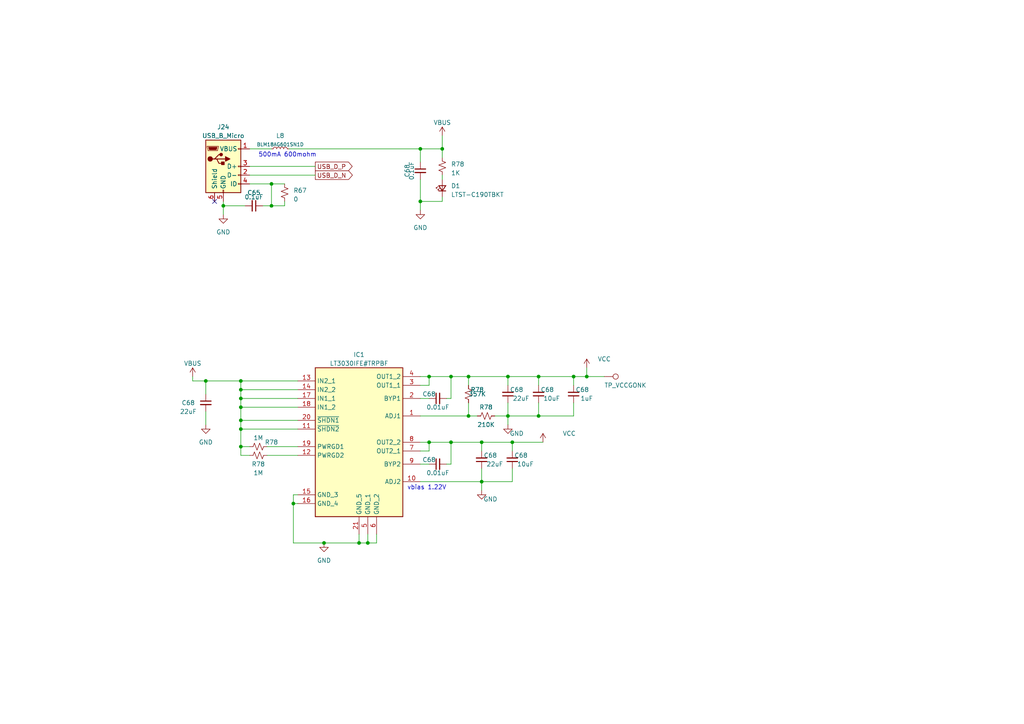
<source format=kicad_sch>
(kicad_sch (version 20230121) (generator eeschema)
  (paper "A4")
  (lib_symbols
    (symbol "Connector:TestPoint" (pin_numbers hide) (pin_names (offset 0.762) hide)
      (property "Reference" "TP" (at 0 6.858 0))
      (property "Value" "TestPoint" (at 0 5.08 0))
      (symbol "TestPoint_0_1"
        (circle (center 0 3.302) (radius 0.762))
      )
      (symbol "TestPoint_1_1"
        (pin passive line (at 0 0 90) (length 2.54) (name "1") (number "1"))
      )
    )
    (symbol "Connector:USB_B_Micro" (pin_names (offset 1.016))
      (property "Reference" "J" (at -5.08 11.43 0))
      (property "Value" "USB_B_Micro" (at -5.08 8.89 0))
      (symbol "USB_B_Micro_0_1"
        (rectangle (start -5.08 -7.62) (end 5.08 7.62) (stroke (width 0.254)) (fill (type background)))
        (circle (center -3.81 2.159) (radius 0.635) (stroke (width 0.254)) (fill (type outline)))
        (circle (center -0.635 3.429) (radius 0.381) (stroke (width 0.254)) (fill (type outline)))
        (rectangle (start -0.127 -7.62) (end 0.127 -6.858))
        (polyline (pts (xy -1.905 2.159) (xy 0.635 2.159)) (stroke (width 0.254)))
        (polyline (pts (xy -3.175 2.159) (xy -2.54 2.159) (xy -1.27 3.429) (xy -0.635 3.429)) (stroke (width 0.254)))
        (polyline (pts (xy -2.54 2.159) (xy -1.905 2.159) (xy -1.27 0.889) (xy 0 0.889)) (stroke (width 0.254)))
        (polyline (pts (xy 0.635 2.794) (xy 0.635 1.524) (xy 1.905 2.159) (xy 0.635 2.794)) (stroke (width 0.254)) (fill (type outline)))
        (polyline (pts (xy -4.318 5.588) (xy -1.778 5.588) (xy -2.032 4.826) (xy -4.064 4.826) (xy -4.318 5.588)) (fill (type outline)))
        (polyline (pts (xy -4.699 5.842) (xy -4.699 5.588) (xy -4.445 4.826) (xy -4.445 4.572) (xy -1.651 4.572) (xy -1.651 4.826) (xy -1.397 5.588) (xy -1.397 5.842) (xy -4.699 5.842)))
        (rectangle (start 0.254 1.27) (end -0.508 0.508) (stroke (width 0.254)) (fill (type outline)))
        (rectangle (start 5.08 -5.207) (end 4.318 -4.953))
        (rectangle (start 5.08 -2.667) (end 4.318 -2.413))
        (rectangle (start 5.08 -0.127) (end 4.318 0.127))
        (rectangle (start 5.08 4.953) (end 4.318 5.207))
      )
      (symbol "USB_B_Micro_1_1"
        (pin power_out line (at 7.62 5.08 180) (length 2.54) (name "VBUS") (number "1"))
        (pin bidirectional line (at 7.62 -2.54 180) (length 2.54) (name "D-") (number "2"))
        (pin bidirectional line (at 7.62 0 180) (length 2.54) (name "D+") (number "3"))
        (pin passive line (at 7.62 -5.08 180) (length 2.54) (name "ID") (number "4"))
        (pin power_out line (at 0 -10.16 90) (length 2.54) (name "GND") (number "5"))
        (pin passive line (at -2.54 -10.16 90) (length 2.54) (name "Shield") (number "6"))
      )
    )
    (symbol "Device:C_Small" (pin_numbers hide) (pin_names (offset 0.254) hide)
      (property "Reference" "C" (at 0.254 1.778 0))
      (property "Value" "C_Small" (at 0.254 -2.032 0))
      (symbol "C_Small_0_1"
        (polyline (pts (xy -1.524 -0.508) (xy 1.524 -0.508)) (stroke (width 0.3302)))
        (polyline (pts (xy -1.524 0.508) (xy 1.524 0.508)) (stroke (width 0.3048)))
      )
      (symbol "C_Small_1_1"
        (pin passive line (at 0 2.54 270) (length 2.032) (name "~") (number "1"))
        (pin passive line (at 0 -2.54 90) (length 2.032) (name "~") (number "2"))
      )
    )
    (symbol "Device:LED_Small" (pin_numbers hide) (pin_names (offset 0.254) hide)
      (property "Reference" "D" (at -1.27 3.175 0))
      (property "Value" "LED_Small" (at -4.445 -2.54 0))
      (symbol "LED_Small_0_1"
        (polyline (pts (xy -0.762 -1.016) (xy -0.762 1.016)) (stroke (width 0.254)))
        (polyline (pts (xy 1.016 0) (xy -0.762 0)))
        (polyline (pts (xy 0.762 -1.016) (xy -0.762 0) (xy 0.762 1.016) (xy 0.762 -1.016)) (stroke (width 0.254)))
        (polyline (pts (xy 0 0.762) (xy -0.508 1.27) (xy -0.254 1.27) (xy -0.508 1.27) (xy -0.508 1.016)))
        (polyline (pts (xy 0.508 1.27) (xy 0 1.778) (xy 0.254 1.778) (xy 0 1.778) (xy 0 1.524)))
      )
      (symbol "LED_Small_1_1"
        (pin passive line (at -2.54 0 0) (length 1.778) (name "K") (number "1"))
        (pin passive line (at 2.54 0 180) (length 1.778) (name "A") (number "2"))
      )
    )
    (symbol "Device:L_Small" (pin_numbers hide) (pin_names (offset 0.254) hide)
      (property "Reference" "L" (at 0.762 1.016 0))
      (property "Value" "L_Small" (at 0.762 -1.016 0))
      (symbol "L_Small_0_1"
        (arc (start 0 -2.032) (mid 0.5058 -1.524) (end 0 -1.016))
        (arc (start 0 -1.016) (mid 0.5058 -0.508) (end 0 0))
        (arc (start 0 0) (mid 0.5058 0.508) (end 0 1.016))
        (arc (start 0 1.016) (mid 0.5058 1.524) (end 0 2.032))
      )
      (symbol "L_Small_1_1"
        (pin passive line (at 0 2.54 270) (length 0.508) (name "~") (number "1"))
        (pin passive line (at 0 -2.54 90) (length 0.508) (name "~") (number "2"))
      )
    )
    (symbol "Device:R_Small_US" (pin_numbers hide) (pin_names (offset 0.254) hide)
      (property "Reference" "R" (at 0.762 0.508 0))
      (property "Value" "R_Small_US" (at 0.762 -1.016 0))
      (symbol "R_Small_US_1_1"
        (polyline (pts (xy 0 0) (xy 1.016 -0.381) (xy 0 -0.762) (xy -1.016 -1.143) (xy 0 -1.524)))
        (polyline (pts (xy 0 1.524) (xy 1.016 1.143) (xy 0 0.762) (xy -1.016 0.381) (xy 0 0)))
        (pin passive line (at 0 2.54 270) (length 1.016) (name "~") (number "1"))
        (pin passive line (at 0 -2.54 90) (length 1.016) (name "~") (number "2"))
      )
    )
    (symbol "Power_Management:LT3030IFE#TRPBF"
      (property "Reference" "IC1" (at 17.78 6.35 0))
      (property "Value" "LT3030IFE#TRPBF" (at 17.78 3.81 0))
      (symbol "LT3030IFE#TRPBF_1_1"
        (rectangle (start 5.08 2.54) (end 30.48 -40.64) (stroke (width 0.254)) (fill (type background)))
        (pin passive line (at 35.56 -11.43 180) (length 5.08) (name "ADJ1") (number "1"))
        (pin passive line (at 35.56 -30.48 180) (length 5.08) (name "ADJ2") (number "10"))
        (pin passive line (at 0 -15.24 0) (length 5.08) (name "~{SHDN2}") (number "11"))
        (pin passive line (at 0 -22.86 0) (length 5.08) (name "PWRGD2") (number "12"))
        (pin passive line (at 0 -1.27 0) (length 5.08) (name "IN2_1") (number "13"))
        (pin passive line (at 0 -3.81 0) (length 5.08) (name "IN2_2") (number "14"))
        (pin passive line (at 0 -34.29 0) (length 5.08) (name "GND_3") (number "15"))
        (pin passive line (at 0 -36.83 0) (length 5.08) (name "GND_4") (number "16"))
        (pin passive line (at 0 -6.35 0) (length 5.08) (name "IN1_1") (number "17"))
        (pin passive line (at 0 -8.89 0) (length 5.08) (name "IN1_2") (number "18"))
        (pin passive line (at 0 -20.32 0) (length 5.08) (name "PWRGD1") (number "19"))
        (pin passive line (at 35.56 -6.35 180) (length 5.08) (name "BYP1") (number "2"))
        (pin passive line (at 0 -12.7 0) (length 5.08) (name "~{SHDN1}") (number "20"))
        (pin passive line (at 17.78 -45.72 90) (length 5.08) (name "GND_5") (number "21"))
        (pin passive line (at 35.56 -2.54 180) (length 5.08) (name "OUT1_1") (number "3"))
        (pin passive line (at 35.56 0 180) (length 5.08) (name "OUT1_2") (number "4"))
        (pin passive line (at 20.32 -45.72 90) (length 5.08) (name "GND_1") (number "5"))
        (pin passive line (at 22.86 -45.72 90) (length 5.08) (name "GND_2") (number "6"))
        (pin passive line (at 35.56 -21.59 180) (length 5.08) (name "OUT2_1") (number "7"))
        (pin passive line (at 35.56 -19.05 180) (length 5.08) (name "OUT2_2") (number "8"))
        (pin passive line (at 35.56 -25.4 180) (length 5.08) (name "BYP2") (number "9"))
      )
    )
    (symbol "power:GND" (power) (pin_names (offset 0))
      (property "Value" "GND" (at 0 -3.81 0))
      (symbol "GND_0_1"
        (polyline (pts (xy 0 0) (xy 0 -1.27) (xy 1.27 -1.27) (xy 0 -2.54) (xy -1.27 -1.27) (xy 0 -1.27)))
      )
      (symbol "GND_1_1"
        (pin power_in line (at 0 0 270) (length 0) hide (name "GND") (number "1"))
      )
    )
    (symbol "power:VBUS" (power) (pin_names (offset 0))
      (property "Value" "VBUS" (at 0 3.81 0))
      (symbol "VBUS_0_1"
        (polyline (pts (xy -0.762 1.27) (xy 0 2.54)))
        (polyline (pts (xy 0 0) (xy 0 2.54)))
        (polyline (pts (xy 0 2.54) (xy 0.762 1.27)))
      )
      (symbol "VBUS_1_1"
        (pin power_in line (at 0 0 90) (length 0) hide (name "VBUS") (number "1"))
      )
    )
    (symbol "power:VCC_GONK" (power) (pin_names (offset 0))
      (property "Value" "VCC_GONK" (at 0 3.81 0))
      (symbol "VCC_GONK_0_1"
        (polyline (pts (xy -0.762 1.27) (xy 0 2.54)))
        (polyline (pts (xy 0 0) (xy 0 2.54)))
        (polyline (pts (xy 0 2.54) (xy 0.762 1.27)))
      )
      (symbol "VCC_GONK_1_1"
        (pin power_in line (at 0 0 90) (length 0) hide (name "VCC") (number "1"))
      )
    )
    (symbol "power:VCC_GONK_1.2" (power) (pin_names (offset 0))
      (property "Value" "VCC_GONK_1.2" (at 0 3.81 0))
      (symbol "VCC_GONK_1.2_0_1"
        (polyline (pts (xy -0.762 1.27) (xy 0 2.54)))
        (polyline (pts (xy 0 0) (xy 0 2.54)))
        (polyline (pts (xy 0 2.54) (xy 0.762 1.27)))
      )
      (symbol "VCC_GONK_1.2_1_1"
        (pin power_in line (at 0 0 90) (length 0) hide (name "VCC") (number "1"))
      )
    )
  )
  (junction (at 121.92 43.18))
  (junction (at 64.77 59.69))
  (junction (at 124.46 109.22))
  (junction (at 166.37 109.22))
  (junction (at 69.85 118.11))
  (junction (at 104.14 157.48))
  (junction (at 139.7 128.27))
  (junction (at 139.7 139.7))
  (junction (at 128.27 43.18))
  (junction (at 121.92 58.42))
  (junction (at 130.81 128.27))
  (junction (at 130.81 109.22))
  (junction (at 69.85 113.03))
  (junction (at 78.74 53.34))
  (junction (at 124.46 128.27))
  (junction (at 135.89 109.22))
  (junction (at 135.89 120.65))
  (junction (at 147.32 109.22))
  (junction (at 170.18 109.22))
  (junction (at 93.98 157.48))
  (junction (at 147.32 120.65))
  (junction (at 69.85 121.92))
  (junction (at 156.21 120.65))
  (junction (at 69.85 129.54))
  (junction (at 78.74 59.69))
  (junction (at 69.85 115.57))
  (junction (at 106.68 157.48))
  (junction (at 156.21 109.22))
  (junction (at 69.85 110.49))
  (junction (at 85.09 146.05))
  (junction (at 69.85 124.46))
  (junction (at 148.59 128.27))
  (junction (at 59.69 110.49))
  (no_connect (at 62.23 58.42))
  (wire (pts (xy 156.21 111.76) (xy 156.21 109.22)))
  (wire (pts (xy 148.59 135.89) (xy 148.59 139.7)))
  (wire (pts (xy 59.69 119.38) (xy 59.69 123.19)))
  (wire (pts (xy 76.2 59.69) (xy 78.74 59.69)))
  (wire (pts (xy 109.22 154.94) (xy 109.22 157.48)))
  (wire (pts (xy 128.27 50.8) (xy 128.27 52.07)))
  (wire (pts (xy 166.37 109.22) (xy 170.18 109.22)))
  (wire (pts (xy 147.32 120.65) (xy 143.51 120.65)))
  (wire (pts (xy 104.14 157.48) (xy 106.68 157.48)))
  (wire (pts (xy 82.55 58.42) (xy 82.55 59.69)))
  (wire (pts (xy 128.27 43.18) (xy 128.27 45.72)))
  (wire (pts (xy 129.54 134.62) (xy 130.81 134.62)))
  (wire (pts (xy 85.09 157.48) (xy 85.09 146.05)))
  (wire (pts (xy 69.85 124.46) (xy 69.85 129.54)))
  (wire (pts (xy 156.21 120.65) (xy 147.32 120.65)))
  (wire (pts (xy 121.92 134.62) (xy 124.46 134.62)))
  (wire (pts (xy 156.21 109.22) (xy 166.37 109.22)))
  (wire (pts (xy 72.39 50.8) (xy 91.44 50.8)))
  (wire (pts (xy 124.46 128.27) (xy 130.81 128.27)))
  (wire (pts (xy 128.27 58.42) (xy 121.92 58.42)))
  (wire (pts (xy 69.85 124.46) (xy 86.36 124.46)))
  (wire (pts (xy 69.85 118.11) (xy 86.36 118.11)))
  (wire (pts (xy 106.68 157.48) (xy 109.22 157.48)))
  (wire (pts (xy 139.7 139.7) (xy 139.7 142.24)))
  (wire (pts (xy 69.85 113.03) (xy 69.85 115.57)))
  (wire (pts (xy 139.7 130.81) (xy 139.7 128.27)))
  (wire (pts (xy 128.27 39.37) (xy 128.27 43.18)))
  (wire (pts (xy 69.85 110.49) (xy 86.36 110.49)))
  (wire (pts (xy 69.85 129.54) (xy 72.39 129.54)))
  (wire (pts (xy 64.77 59.69) (xy 64.77 62.23)))
  (wire (pts (xy 147.32 116.84) (xy 147.32 120.65)))
  (wire (pts (xy 85.09 157.48) (xy 93.98 157.48)))
  (wire (pts (xy 83.82 43.18) (xy 121.92 43.18)))
  (wire (pts (xy 130.81 128.27) (xy 139.7 128.27)))
  (wire (pts (xy 139.7 128.27) (xy 148.59 128.27)))
  (wire (pts (xy 69.85 115.57) (xy 86.36 115.57)))
  (wire (pts (xy 69.85 118.11) (xy 69.85 121.92)))
  (wire (pts (xy 55.88 109.22) (xy 55.88 110.49)))
  (wire (pts (xy 138.43 120.65) (xy 135.89 120.65)))
  (wire (pts (xy 69.85 121.92) (xy 86.36 121.92)))
  (wire (pts (xy 85.09 146.05) (xy 85.09 143.51)))
  (wire (pts (xy 69.85 121.92) (xy 69.85 124.46)))
  (wire (pts (xy 147.32 120.65) (xy 147.32 123.19)))
  (wire (pts (xy 77.47 132.08) (xy 86.36 132.08)))
  (wire (pts (xy 156.21 116.84) (xy 156.21 120.65)))
  (wire (pts (xy 64.77 59.69) (xy 71.12 59.69)))
  (wire (pts (xy 121.92 43.18) (xy 121.92 46.99)))
  (wire (pts (xy 64.77 58.42) (xy 64.77 59.69)))
  (wire (pts (xy 139.7 135.89) (xy 139.7 139.7)))
  (wire (pts (xy 121.92 58.42) (xy 121.92 60.96)))
  (wire (pts (xy 121.92 52.07) (xy 121.92 58.42)))
  (wire (pts (xy 72.39 53.34) (xy 78.74 53.34)))
  (wire (pts (xy 135.89 109.22) (xy 135.89 111.76)))
  (wire (pts (xy 124.46 109.22) (xy 130.81 109.22)))
  (wire (pts (xy 147.32 109.22) (xy 135.89 109.22)))
  (wire (pts (xy 121.92 130.81) (xy 124.46 130.81)))
  (wire (pts (xy 170.18 109.22) (xy 175.26 109.22)))
  (wire (pts (xy 135.89 116.84) (xy 135.89 120.65)))
  (wire (pts (xy 59.69 110.49) (xy 59.69 114.3)))
  (wire (pts (xy 121.92 128.27) (xy 124.46 128.27)))
  (wire (pts (xy 55.88 110.49) (xy 59.69 110.49)))
  (wire (pts (xy 148.59 128.27) (xy 157.48 128.27)))
  (wire (pts (xy 130.81 134.62) (xy 130.81 128.27)))
  (wire (pts (xy 124.46 111.76) (xy 121.92 111.76)))
  (wire (pts (xy 166.37 120.65) (xy 156.21 120.65)))
  (wire (pts (xy 82.55 59.69) (xy 78.74 59.69)))
  (wire (pts (xy 128.27 57.15) (xy 128.27 58.42)))
  (wire (pts (xy 106.68 154.94) (xy 106.68 157.48)))
  (wire (pts (xy 69.85 115.57) (xy 69.85 118.11)))
  (wire (pts (xy 166.37 116.84) (xy 166.37 120.65)))
  (wire (pts (xy 121.92 120.65) (xy 135.89 120.65)))
  (wire (pts (xy 121.92 139.7) (xy 139.7 139.7)))
  (wire (pts (xy 121.92 115.57) (xy 124.46 115.57)))
  (wire (pts (xy 93.98 157.48) (xy 104.14 157.48)))
  (wire (pts (xy 69.85 129.54) (xy 69.85 132.08)))
  (wire (pts (xy 78.74 53.34) (xy 78.74 59.69)))
  (wire (pts (xy 59.69 110.49) (xy 69.85 110.49)))
  (wire (pts (xy 77.47 129.54) (xy 86.36 129.54)))
  (wire (pts (xy 148.59 130.81) (xy 148.59 128.27)))
  (wire (pts (xy 69.85 113.03) (xy 86.36 113.03)))
  (wire (pts (xy 121.92 109.22) (xy 124.46 109.22)))
  (wire (pts (xy 166.37 109.22) (xy 166.37 111.76)))
  (wire (pts (xy 130.81 109.22) (xy 135.89 109.22)))
  (wire (pts (xy 124.46 109.22) (xy 124.46 111.76)))
  (wire (pts (xy 147.32 111.76) (xy 147.32 109.22)))
  (wire (pts (xy 104.14 154.94) (xy 104.14 157.48)))
  (wire (pts (xy 72.39 43.18) (xy 78.74 43.18)))
  (wire (pts (xy 148.59 139.7) (xy 139.7 139.7)))
  (wire (pts (xy 124.46 130.81) (xy 124.46 128.27)))
  (wire (pts (xy 78.74 53.34) (xy 82.55 53.34)))
  (wire (pts (xy 129.54 115.57) (xy 130.81 115.57)))
  (wire (pts (xy 156.21 109.22) (xy 147.32 109.22)))
  (wire (pts (xy 85.09 146.05) (xy 86.36 146.05)))
  (wire (pts (xy 72.39 132.08) (xy 69.85 132.08)))
  (wire (pts (xy 130.81 115.57) (xy 130.81 109.22)))
  (wire (pts (xy 72.39 48.26) (xy 91.44 48.26)))
  (wire (pts (xy 121.92 43.18) (xy 128.27 43.18)))
  (wire (pts (xy 85.09 143.51) (xy 86.36 143.51)))
  (wire (pts (xy 170.18 106.68) (xy 170.18 109.22)))
  (wire (pts (xy 69.85 110.49) (xy 69.85 113.03)))
  (text "vbias 1.22V" (at 118.11 142.24 0) (effects (font (size 1.27 1.27)) (justify left bottom)))
  (text "500mA 600mohm" (at 74.93 45.72 0) (effects (font (size 1.27 1.27)) (justify left bottom)))
  (global_label "USB_D_P" (shape output) (at 91.44 48.26 0) (property "Intersheetrefs" "${INTERSHEET_REFS}" (at 102.631 48.26 0) (effects (justify left))))
  (global_label "USB_D_N" (shape output) (at 91.44 50.8 0) (property "Intersheetrefs" "${INTERSHEET_REFS}" (at 102.6915 50.8 0) (effects (justify left))))
  (symbol (lib_id "Device:C_Small") (at 59.69 116.84 0) (unit 1)
    (property "Reference" "C68" (at 54.61 116.84 0))
    (property "Value" "22uF" (at 54.61 119.38 0))
    (property "Footprint" "Capacitor_SMD:C_0402_1005Metric" (effects hide))
    (instances (project "Gonk" (path "" (reference "C68") (unit 1)) (path "" (reference "C71") (unit 1))))
  )
  (symbol (lib_id "Device:R_Small_US") (at 128.27 48.26 180) (unit 1)
    (property "Reference" "R78" (at 130.81 47.625 0) (effects (justify right)))
    (property "Value" "1K" (at 130.81 50.165 0) (effects (justify right)))
    (property "Footprint" "Resistor_SMD:R_0402_1005Metric" (effects hide))
  )
  (symbol (lib_id "Device:R_Small_US") (at 82.55 55.88 180) (unit 1)
    (property "Reference" "R67" (at 85.09 55.245 0) (effects (justify right)))
    (property "Value" "0" (at 85.09 57.785 0) (effects (justify right)))
    (property "Footprint" "Resistor_SMD:R_0402_1005Metric" (effects hide))
  )
  (symbol (lib_id "power:GND") (at 147.32 123.19 0) (unit 1)
    (property "Reference" "#PWR0199" (effects hide))
    (property "Value" "GND" (at 149.86 125.73 0))
  )
  (symbol (lib_id "power:GND") (at 139.7 142.24 0) (unit 1)
    (property "Reference" "#PWR0201" (effects hide))
    (property "Value" "GND" (at 142.24 144.78 0))
  )
  (symbol (lib_id "power:VCC_GONK") (at 170.18 106.68 0) (unit 1)
    (property "Reference" "#PWR0200" (effects hide))
    (property "Value" "VCC_GONK" (at 175.26 104.14 0))
  )
  (symbol (lib_id "Device:C_Small") (at 73.66 59.69 270) (unit 1)
    (property "Reference" "C65" (at 73.66 55.88 90))
    (property "Value" "0.1uF" (at 73.6536 57.15 90))
    (property "Footprint" "Capacitor_SMD:C_0402_1005Metric" (effects hide))
  )
  (symbol (lib_id "Device:LED_Small") (at 128.27 54.61 90) (unit 1)
    (property "Reference" "D1" (at 130.81 53.9115 90) (effects (justify right)))
    (property "Value" "LTST-C190TBKT" (at 130.81 56.4515 90) (effects (justify right)))
    (property "Footprint" "LED_SMD:LED_0603_1608Metric" (effects hide))
  )
  (symbol (lib_id "Device:C_Small") (at 127 134.62 90) (unit 1)
    (property "Reference" "C68" (at 124.46 133.35 90))
    (property "Value" "0.01uF" (at 127.0064 137.16 90))
    (property "Footprint" "Capacitor_SMD:C_0402_1005Metric" (effects hide))
    (instances (project "Gonk" (path "" (reference "C68") (unit 1)) (path "" (reference "C70") (unit 1))))
  )
  (symbol (lib_id "Device:L_Small") (at 81.28 43.18 90) (unit 1)
    (property "Reference" "L8" (at 81.28 39.37 90))
    (property "Value" "BLM18AG601SN1D" (at 81.28 41.91 90) (effects (font (size 1 1))))
    (property "Footprint" "Inductor_SMD:L_0603_1608Metric" (effects hide))
  )
  (symbol (lib_id "Device:R_Small_US") (at 135.89 114.3 0) (unit 1)
    (property "Reference" "R78" (at 138.43 113.03 0))
    (property "Value" "357K" (at 138.43 114.3 0))
    (property "Footprint" "Resistor_SMD:R_0402_1005Metric" (effects hide))
    (instances (project "Gonk" (path "" (reference "R78") (unit 1)) (path "" (reference "R83") (unit 1))))
  )
  (symbol (lib_id "power:GND") (at 93.98 157.48 0) (unit 1)
    (property "Reference" "#PWR0189" (effects hide))
    (property "Value" "GND" (at 93.98 162.56 0))
  )
  (symbol (lib_id "Device:C_Small") (at 166.37 114.3 180) (unit 1)
    (property "Reference" "C68" (at 168.91 113.03 0))
    (property "Value" "1uF" (at 170.18 115.57 0))
    (property "Footprint" "Capacitor_SMD:C_0402_1005Metric" (effects hide))
    (instances (project "Gonk" (path "" (reference "C68") (unit 1)) (path "" (reference "C74") (unit 1))))
  )
  (symbol (lib_id "Device:R_Small_US") (at 74.93 129.54 270) (unit 1)
    (property "Reference" "R78" (at 78.74 128.27 90))
    (property "Value" "1M" (at 74.93 127 90))
    (property "Footprint" "Resistor_SMD:R_0402_1005Metric" (effects hide))
    (instances (project "Gonk" (path "" (reference "R78") (unit 1)) (path "" (reference "R81") (unit 1))))
  )
  (symbol (lib_id "Device:C_Small") (at 127 115.57 90) (unit 1)
    (property "Reference" "C68" (at 124.46 114.3 90))
    (property "Value" "0.01uF" (at 127.0064 118.11 90))
    (property "Footprint" "Capacitor_SMD:C_0402_1005Metric" (effects hide))
    (instances (project "Gonk" (path "" (reference "C68") (unit 1)) (path "" (reference "C69") (unit 1))))
  )
  (symbol (lib_id "power:VCC_GONK_1.2") (at 157.48 128.27 0) (unit 1)
    (property "Reference" "#PWR0202" (effects hide))
    (property "Value" "VCC_GONK_1.2" (at 165.1 125.73 0))
  )
  (symbol (lib_id "power:GND") (at 59.69 123.19 0) (unit 1)
    (property "Reference" "#PWR0190" (effects hide))
    (property "Value" "GND" (at 59.69 128.27 0))
  )
  (symbol (lib_id "Connector:TestPoint") (at 175.26 109.22 270) (unit 1) (in_bom no)
    (property "Reference" "TP_VCCGONK" (at 175.26 111.76 90) (effects (justify left)))
    (property "Value" "TP_VCC" (effects hide))
    (instances (project "Gonk" (path "" (reference "TP_VCCGONK") (unit 1)) (path "" (reference "TP_VCCGONK1") (unit 1)) (path "" (reference "TP_VCCGONK1") (unit 1))))
  )
  (symbol (lib_id "Device:C_Small") (at 147.32 114.3 180) (unit 1)
    (property "Reference" "C68" (at 149.86 113.03 0))
    (property "Value" "22uF" (at 151.13 115.57 0))
    (property "Footprint" "Capacitor_SMD:C_0402_1005Metric" (effects hide))
    (instances (project "Gonk" (path "" (reference "C68") (unit 1)) (path "" (reference "C72") (unit 1))))
  )
  (symbol (lib_id "power:VBUS") (at 128.27 39.37 0) (unit 1)
    (property "Reference" "#PWR0144" (effects hide))
    (property "Value" "VBUS" (at 128.27 35.56 0))
    (instances (project "Gonk" (path "" (reference "#PWR0144") (unit 1)) (path "" (reference "#PWR0187") (unit 1))))
  )
  (symbol (lib_id "Device:R_Small_US") (at 74.93 132.08 270) (unit 1)
    (property "Reference" "R78" (at 74.93 134.62 90))
    (property "Value" "1M" (at 74.93 137.16 90))
    (property "Footprint" "Resistor_SMD:R_0402_1005Metric" (effects hide))
    (instances (project "Gonk" (path "" (reference "R78") (unit 1)) (path "" (reference "R82") (unit 1))))
  )
  (symbol (lib_id "Power_Management:LT3030IFE#TRPBF") (at 86.36 109.22 0) (unit 1)
    (property "Reference" "IC1" (at 104.14 102.87 0))
    (property "Value" "LT3030IFE#TRPBF" (at 104.14 105.41 0))
    (property "Footprint" "SOP65P640X120-21N" (effects hide))
    (property "Datasheet" "https://www.arrow.com/en/products/lt3030ifetrpbf/analog-devices" (effects hide))
    (property "Height" "1.2" (effects hide))
    (property "Manufacturer_Name" "Analog Devices" (effects hide))
    (property "Manufacturer_Part_Number" "LT3030IFE#TRPBF" (effects hide))
    (property "Mouser Part Number" "584-LT3030IFE#TRPBF" (effects hide))
    (property "Mouser Price/Stock" "https://www.mouser.co.uk/ProductDetail/Analog-Devices/LT3030IFETRPBF?qs=ytflclh7QUXTXXkDLGRUDQ%3D%3D" (effects hide))
    (property "Arrow Part Number" "LT3030IFE#TRPBF" (effects hide))
    (property "Arrow Price/Stock" "https://www.arrow.com/en/products/lt3030ifetrpbf/analog-devices?region=nac" (effects hide))
  )
  (symbol (lib_id "Device:R_Small_US") (at 140.97 120.65 90) (unit 1)
    (property "Reference" "R78" (at 140.97 118.11 90))
    (property "Value" "210K" (at 140.97 123.19 90))
    (property "Footprint" "Resistor_SMD:R_0402_1005Metric" (effects hide))
    (instances (project "Gonk" (path "" (reference "R78") (unit 1)) (path "" (reference "R84") (unit 1))))
  )
  (symbol (lib_id "Device:C_Small") (at 148.59 133.35 180) (unit 1)
    (property "Reference" "C68" (at 151.13 132.08 0))
    (property "Value" "10uF" (at 152.4 134.62 0))
    (property "Footprint" "Capacitor_SMD:C_0402_1005Metric" (effects hide))
    (instances (project "Gonk" (path "" (reference "C68") (unit 1)) (path "" (reference "C76") (unit 1))))
  )
  (symbol (lib_id "power:GND") (at 64.77 62.23 0) (unit 1)
    (property "Reference" "#PWR0142" (effects hide))
    (property "Value" "GND" (at 64.77 67.31 0))
  )
  (symbol (lib_id "Device:C_Small") (at 139.7 133.35 180) (unit 1)
    (property "Reference" "C68" (at 142.24 132.08 0))
    (property "Value" "22uF" (at 143.51 134.62 0))
    (property "Footprint" "Capacitor_SMD:C_0402_1005Metric" (effects hide))
    (instances (project "Gonk" (path "" (reference "C68") (unit 1)) (path "" (reference "C75") (unit 1))))
  )
  (symbol (lib_id "Device:C_Small") (at 121.92 49.53 0) (unit 1)
    (property "Reference" "C68" (at 118.11 49.53 90))
    (property "Value" "0.1uF" (at 119.38 49.5364 90))
    (property "Footprint" "Capacitor_SMD:C_0402_1005Metric" (effects hide))
  )
  (symbol (lib_id "power:VBUS") (at 55.88 109.22 0) (unit 1)
    (property "Reference" "#PWR0144" (effects hide))
    (property "Value" "VBUS" (at 55.88 105.41 0))
    (instances (project "Gonk" (path "" (reference "#PWR0144") (unit 1)) (path "" (reference "#PWR0188") (unit 1))))
  )
  (symbol (lib_id "power:GND") (at 121.92 60.96 0) (unit 1)
    (property "Reference" "#PWR0187" (effects hide))
    (property "Value" "GND" (at 121.92 66.04 0))
    (instances (project "Gonk" (path "" (reference "#PWR0187") (unit 1)) (path "" (reference "#PWR0144") (unit 1))))
  )
  (symbol (lib_id "Connector:USB_B_Micro") (at 64.77 48.26 0) (unit 1)
    (property "Reference" "J24" (at 64.77 36.83 0))
    (property "Value" "USB_B_Micro" (at 64.77 39.37 0))
  )
  (symbol (lib_id "Device:C_Small") (at 156.21 114.3 180) (unit 1)
    (property "Reference" "C68" (at 158.75 113.03 0))
    (property "Value" "10uF" (at 160.02 115.57 0))
    (property "Footprint" "Capacitor_SMD:C_0402_1005Metric" (effects hide))
    (instances (project "Gonk" (path "" (reference "C68") (unit 1)) (path "" (reference "C73") (unit 1))))
  )
)
</source>
